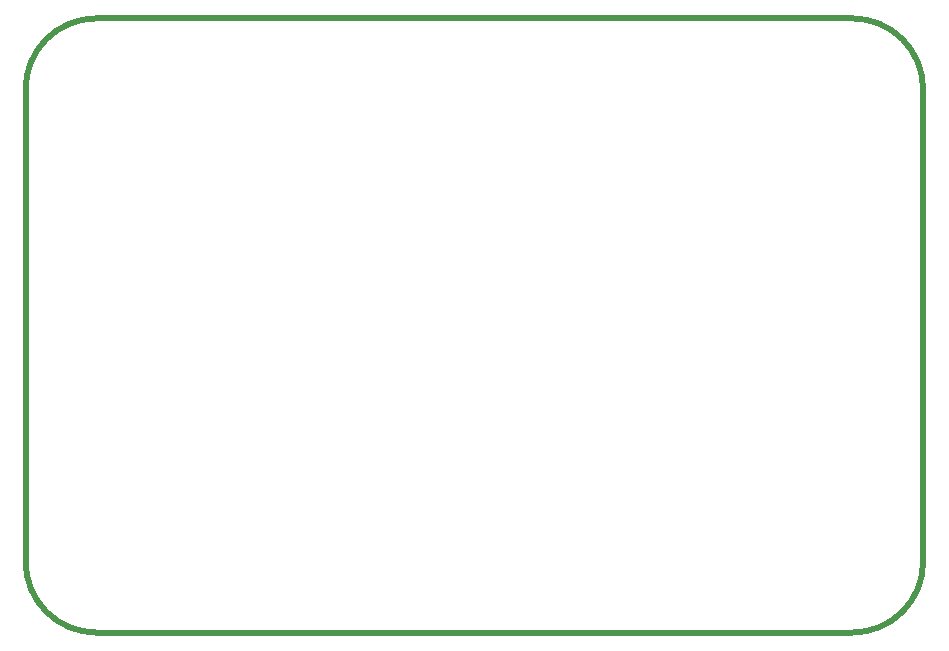
<source format=gm1>
G04*
G04 #@! TF.GenerationSoftware,Altium Limited,Altium Designer,21.2.2 (38)*
G04*
G04 Layer_Color=16711935*
%FSTAX24Y24*%
%MOIN*%
G70*
G04*
G04 #@! TF.SameCoordinates,CF9AC677-4E03-495D-8773-30470D0FCF73*
G04*
G04*
G04 #@! TF.FilePolarity,Positive*
G04*
G01*
G75*
%ADD71C,0.0197*%
D71*
X012362Y030472D02*
G03*
X01Y02811I0J-002362D01*
G01*
X01Y012362D02*
G03*
X012362Y01I002362J0D01*
G01*
X037559Y01D02*
G03*
X039921Y012362I0J002362D01*
G01*
X039921Y02811D02*
G03*
X037559Y030472I-002362J0D01*
G01*
X039921Y012362D02*
Y02811D01*
X012362Y030472D02*
X037559D01*
X01Y012362D02*
Y02811D01*
X012362Y01D02*
X037559D01*
M02*

</source>
